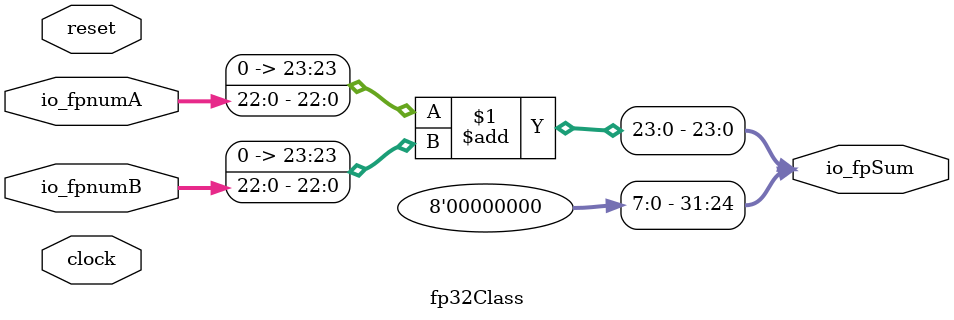
<source format=v>
module fp32Class(	// file.cleaned.mlir:2:3
  input         clock,	// file.cleaned.mlir:2:27
                reset,	// file.cleaned.mlir:2:43
  input  [31:0] io_fpnumA,	// file.cleaned.mlir:2:59
                io_fpnumB,	// file.cleaned.mlir:2:80
  output [31:0] io_fpSum	// file.cleaned.mlir:2:102
);

  assign io_fpSum = {8'h0, {1'h0, io_fpnumA[22:0]} + {1'h0, io_fpnumB[22:0]}};	// file.cleaned.mlir:3:14, :4:14, :5:10, :6:10, :7:10, :8:10, :9:10, :10:10, :11:5
endmodule


</source>
